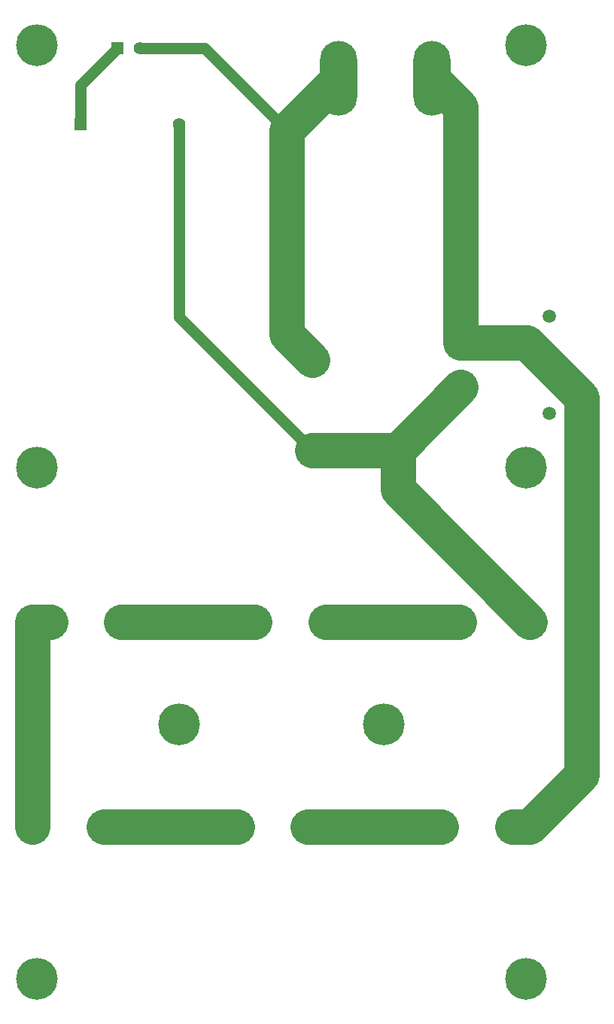
<source format=gbr>
%TF.GenerationSoftware,KiCad,Pcbnew,8.0.5*%
%TF.CreationDate,2025-02-03T18:13:46-05:00*%
%TF.ProjectId,Passive Cap Bank V1,50617373-6976-4652-9043-61702042616e,1.0*%
%TF.SameCoordinates,Original*%
%TF.FileFunction,Copper,L1,Top*%
%TF.FilePolarity,Positive*%
%FSLAX46Y46*%
G04 Gerber Fmt 4.6, Leading zero omitted, Abs format (unit mm)*
G04 Created by KiCad (PCBNEW 8.0.5) date 2025-02-03 18:13:46*
%MOMM*%
%LPD*%
G01*
G04 APERTURE LIST*
%TA.AperFunction,WasherPad*%
%ADD10C,4.700000*%
%TD*%
%TA.AperFunction,ComponentPad*%
%ADD11R,2.600200X2.600200*%
%TD*%
%TA.AperFunction,ComponentPad*%
%ADD12R,1.600200X1.600200*%
%TD*%
%TA.AperFunction,ComponentPad*%
%ADD13C,2.600200*%
%TD*%
%TA.AperFunction,ComponentPad*%
%ADD14R,1.397000X1.397000*%
%TD*%
%TA.AperFunction,ComponentPad*%
%ADD15C,1.397000*%
%TD*%
%TA.AperFunction,ComponentPad*%
%ADD16O,4.200000X8.400000*%
%TD*%
%TA.AperFunction,ComponentPad*%
%ADD17C,2.550000*%
%TD*%
%TA.AperFunction,ComponentPad*%
%ADD18R,2.550000X2.550000*%
%TD*%
%TA.AperFunction,ComponentPad*%
%ADD19C,1.508000*%
%TD*%
%TA.AperFunction,ComponentPad*%
%ADD20C,2.184400*%
%TD*%
%TA.AperFunction,Conductor*%
%ADD21C,4.000000*%
%TD*%
%TA.AperFunction,Conductor*%
%ADD22C,1.250000*%
%TD*%
G04 APERTURE END LIST*
D10*
%TO.P,REF\u002A\u002A,*%
%TO.N,*%
X60020000Y-60000000D03*
%TD*%
%TO.P,REF\u002A\u002A,*%
%TO.N,*%
X115020000Y-60000000D03*
%TD*%
D11*
%TO.P,C1,1,+*%
%TO.N,V_15*%
X115500000Y-147872041D03*
D12*
X113500000Y-147872041D03*
D13*
%TO.P,C1,2,-*%
%TO.N,Net-(C1--)*%
X105500000Y-147872041D03*
%TD*%
D14*
%TO.P,R14,1*%
%TO.N,Net-(D1-K)*%
X64913630Y-68881500D03*
D15*
%TO.P,R14,2*%
%TO.N,GND*%
X76015970Y-68881500D03*
%TD*%
D11*
%TO.P,C5,1,+*%
%TO.N,Net-(C4--)*%
X82500000Y-124872041D03*
D12*
X84500000Y-124872041D03*
D13*
%TO.P,C5,2,-*%
%TO.N,Net-(C5--)*%
X92500000Y-124872041D03*
%TD*%
D11*
%TO.P,C3,1,+*%
%TO.N,Net-(C2--)*%
X69500000Y-147872041D03*
D12*
X67500000Y-147872041D03*
D13*
%TO.P,C3,2,-*%
%TO.N,Net-(C3--)*%
X59500000Y-147872041D03*
%TD*%
D14*
%TO.P,D1,1,K*%
%TO.N,Net-(D1-K)*%
X69026988Y-60390988D03*
D15*
%TO.P,D1,2,A*%
%TO.N,Net-(D1-A)*%
X71566988Y-60390988D03*
%TD*%
D11*
%TO.P,C2,1,+*%
%TO.N,Net-(C1--)*%
X92500000Y-147872041D03*
D12*
X90500000Y-147872041D03*
D13*
%TO.P,C2,2,-*%
%TO.N,Net-(C2--)*%
X82500000Y-147872041D03*
%TD*%
D11*
%TO.P,C4,1,+*%
%TO.N,Net-(C3--)*%
X59500000Y-124872041D03*
D12*
X61500000Y-124872041D03*
D13*
%TO.P,C4,2,-*%
%TO.N,Net-(C4--)*%
X69500000Y-124872041D03*
%TD*%
D10*
%TO.P,REF\u002A\u002A,*%
%TO.N,*%
X115020000Y-165000000D03*
%TD*%
%TO.P,REF\u002A\u002A,*%
%TO.N,*%
X76020000Y-136372041D03*
%TD*%
D16*
%TO.P,SW1,1,A*%
%TO.N,V_15*%
X104480000Y-63754000D03*
%TO.P,SW1,2,B*%
%TO.N,Net-(D1-A)*%
X93980000Y-63754000D03*
%TD*%
D11*
%TO.P,C6,1,+*%
%TO.N,Net-(C5--)*%
X105500000Y-124872041D03*
D12*
X107500000Y-124872041D03*
D13*
%TO.P,C6,2,-*%
%TO.N,GND*%
X115500000Y-124872041D03*
%TD*%
D17*
%TO.P,J1,N*%
%TO.N,GND*%
X107690000Y-98470000D03*
D18*
%TO.P,J1,P*%
%TO.N,V_15*%
X107690000Y-93470000D03*
D19*
%TO.P,J1,S1*%
%TO.N,N/C*%
X117690000Y-101470000D03*
%TO.P,J1,S2*%
X117690000Y-90470000D03*
%TD*%
D10*
%TO.P,REF\u002A\u002A,*%
%TO.N,*%
X115020000Y-107500000D03*
%TD*%
%TO.P,REF\u002A\u002A,*%
%TO.N,*%
X60040000Y-107500000D03*
%TD*%
%TO.P,REF\u002A\u002A,*%
%TO.N,*%
X60020000Y-165000000D03*
%TD*%
%TO.P,REF\u002A\u002A,*%
%TO.N,*%
X99020000Y-136372041D03*
%TD*%
D20*
%TO.P,R13,1*%
%TO.N,Net-(D1-A)*%
X90992000Y-95375000D03*
%TO.P,R13,3*%
%TO.N,GND*%
X90992000Y-105535000D03*
%TD*%
D21*
%TO.N,V_15*%
X121300000Y-99690000D02*
X115080000Y-93470000D01*
X107690000Y-66964000D02*
X104480000Y-63754000D01*
X121300000Y-142072041D02*
X121300000Y-99690000D01*
X115500000Y-147872041D02*
X121300000Y-142072041D01*
X107690000Y-93470000D02*
X107690000Y-66964000D01*
X113500000Y-147872041D02*
X115500000Y-147872041D01*
X115080000Y-93470000D02*
X107690000Y-93470000D01*
%TO.N,Net-(C1--)*%
X90500000Y-147872041D02*
X92500000Y-147872041D01*
X92500000Y-147872041D02*
X105500000Y-147872041D01*
%TO.N,Net-(C2--)*%
X67500000Y-147872041D02*
X69500000Y-147872041D01*
X69500000Y-147872041D02*
X82500000Y-147872041D01*
%TO.N,Net-(C3--)*%
X59500000Y-124872041D02*
X59500000Y-147872041D01*
X61500000Y-124872041D02*
X59500000Y-124872041D01*
%TO.N,Net-(C4--)*%
X82500000Y-124872041D02*
X69500000Y-124872041D01*
X84500000Y-124872041D02*
X82500000Y-124872041D01*
%TO.N,Net-(C5--)*%
X107500000Y-124872041D02*
X105500000Y-124872041D01*
X105500000Y-124872041D02*
X92500000Y-124872041D01*
D22*
%TO.N,GND*%
X76015970Y-90558970D02*
X76015970Y-68881500D01*
D21*
X107690000Y-98470000D02*
X100625000Y-105535000D01*
X115500000Y-124872041D02*
X100625000Y-109997041D01*
X100625000Y-109997041D02*
X100625000Y-105535000D01*
D22*
X90992000Y-105535000D02*
X76015970Y-90558970D01*
D21*
X100625000Y-105535000D02*
X90992000Y-105535000D01*
D22*
%TO.N,Net-(D1-K)*%
X64913630Y-68881500D02*
X64913630Y-64504346D01*
X64913630Y-64504346D02*
X69026988Y-60390988D01*
%TO.N,Net-(D1-A)*%
X78911194Y-60390988D02*
X88127103Y-69606897D01*
D21*
X88127103Y-92510103D02*
X88127103Y-69606897D01*
D22*
X71566988Y-60390988D02*
X78911194Y-60390988D01*
D21*
X90992000Y-95375000D02*
X88127103Y-92510103D01*
X88127103Y-69606897D02*
X93980000Y-63754000D01*
%TD*%
M02*

</source>
